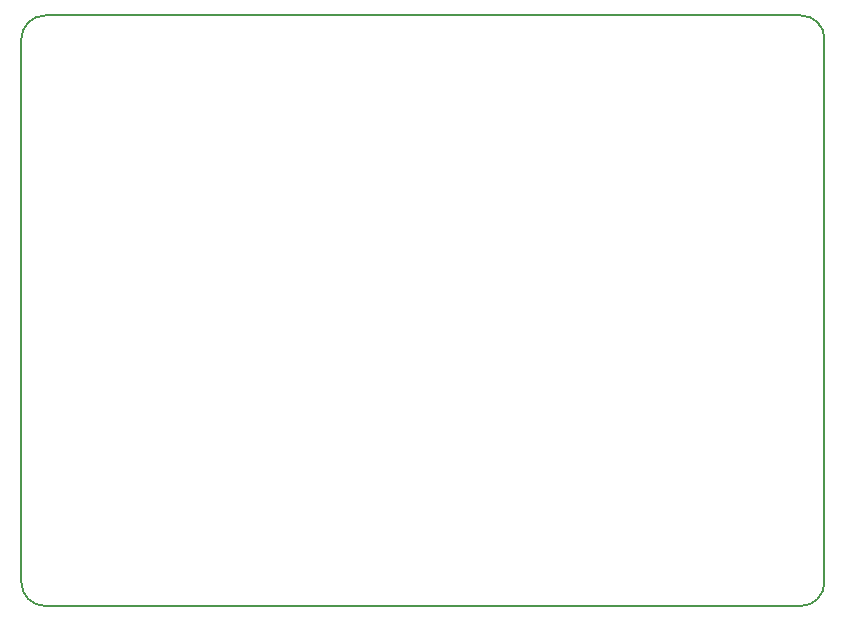
<source format=gm1>
%TF.GenerationSoftware,KiCad,Pcbnew,(6.0.2)*%
%TF.CreationDate,2022-08-14T15:00:56-07:00*%
%TF.ProjectId,RaspberryPIZero-small,52617370-6265-4727-9279-50495a65726f,rev?*%
%TF.SameCoordinates,Original*%
%TF.FileFunction,Profile,NP*%
%FSLAX46Y46*%
G04 Gerber Fmt 4.6, Leading zero omitted, Abs format (unit mm)*
G04 Created by KiCad (PCBNEW (6.0.2)) date 2022-08-14 15:00:56*
%MOMM*%
%LPD*%
G01*
G04 APERTURE LIST*
%TA.AperFunction,Profile*%
%ADD10C,0.200000*%
%TD*%
G04 APERTURE END LIST*
D10*
X49000000Y-95000000D02*
X113000000Y-95000000D01*
X49000000Y-45000000D02*
X113000000Y-45000000D01*
X49000000Y-45000000D02*
G75*
G03*
X47000000Y-47000000I-1J-1999999D01*
G01*
X47000000Y-47000000D02*
X47000000Y-93000000D01*
X113000000Y-95000000D02*
G75*
G03*
X115000000Y-93000000I1J1999999D01*
G01*
X115000000Y-47000000D02*
G75*
G03*
X113000000Y-45000000I-1999999J1D01*
G01*
X115000000Y-47000000D02*
X115000000Y-93000000D01*
X47000000Y-93000000D02*
G75*
G03*
X49000000Y-95000000I1999999J-1D01*
G01*
M02*

</source>
